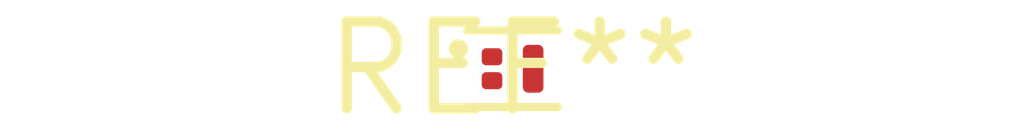
<source format=kicad_pcb>
(kicad_pcb (version 20240108) (generator pcbnew)
  (layers (0 "F.Cu" signal) (31 "B.Cu" signal) (34 "B.Paste" user) (35 "F.Paste" user) (36 "B.SilkS" user "B.Silkscreen") (37 "F.SilkS" user "F.Silkscreen") (38 "B.Mask" user) (39 "F.Mask" user) (44 "Edge.Cuts" user))
  (net 0 "")
  (footprint "ROHM_VML0806" (layer "F.Cu") (at 0 0)
    (property "Reference" "REF**")
    (property "Value" "ROHM_VML0806")
    (fp_line (start 0.66 -0.56) (end -0.66 -0.56) (layer "F.SilkS") (stroke (width 0.12)))
    (fp_line (start 0.66 0.56) (end -0.66 0.56) (layer "F.SilkS") (stroke (width 0.12)))
    (fp_circle (center -0.790356 -0.29) (end -0.650356 -0.3) (layer "F.SilkS") (fill solid))
    (pad "1" smd roundrect (at -0.3 -0.175) (size 0.3 0.25) (layers "F.Cu" "F.Paste" "F.Mask"))
    (pad "2" smd roundrect (at -0.3 0.175) (size 0.3 0.25) (layers "F.Cu" "F.Paste" "F.Mask"))
    (pad "3" smd roundrect (at 0.3 0) (size 0.3 0.7) (layers "F.Cu" "F.Paste" "F.Mask"))
  )
)
</source>
